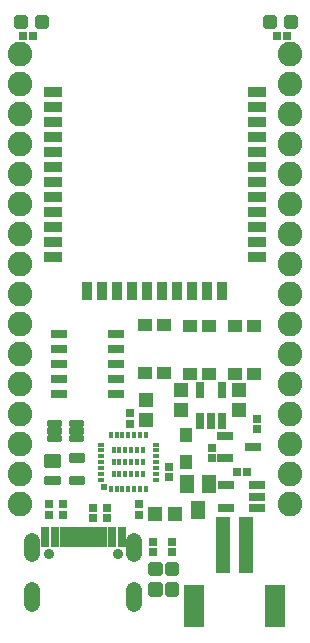
<source format=gbr>
G04 EAGLE Gerber RS-274X export*
G75*
%MOMM*%
%FSLAX34Y34*%
%LPD*%
%INSoldermask Top*%
%IPPOS*%
%AMOC8*
5,1,8,0,0,1.08239X$1,22.5*%
G01*
%ADD10R,0.300000X0.600000*%
%ADD11R,0.600000X0.300000*%
%ADD12R,0.500000X0.500000*%
%ADD13R,0.753200X1.403200*%
%ADD14R,1.203200X4.803200*%
%ADD15R,1.803200X3.603200*%
%ADD16R,1.203200X1.103200*%
%ADD17C,0.505344*%
%ADD18R,0.743200X0.803200*%
%ADD19R,1.203200X1.303200*%
%ADD20R,0.803200X0.743200*%
%ADD21R,0.803200X1.653200*%
%ADD22R,0.503200X1.653200*%
%ADD23C,1.361200*%
%ADD24C,0.903200*%
%ADD25R,1.303200X1.203200*%
%ADD26C,0.404144*%
%ADD27R,1.625600X0.914400*%
%ADD28R,0.914400X1.625600*%
%ADD29C,2.082800*%
%ADD30C,0.453416*%
%ADD31C,0.349006*%
%ADD32R,1.003200X1.203200*%
%ADD33R,1.203200X1.603200*%
%ADD34R,1.403200X0.753200*%
%ADD35R,1.473200X0.711200*%
%ADD36R,1.320800X0.685800*%


D10*
X87000Y118000D03*
X92000Y118000D03*
X97000Y118000D03*
X102000Y118000D03*
X107000Y118000D03*
X112000Y118000D03*
X117000Y118000D03*
D11*
X125000Y126000D03*
X125000Y131000D03*
X125000Y136000D03*
X125000Y141000D03*
X125000Y146000D03*
X125000Y151000D03*
X125000Y156000D03*
D10*
X117000Y164000D03*
X112000Y164000D03*
X107000Y164000D03*
X102000Y164000D03*
X97000Y164000D03*
X92000Y164000D03*
X87000Y164000D03*
D11*
X79000Y156000D03*
X79000Y151000D03*
X79000Y146000D03*
X79000Y141000D03*
X79000Y136000D03*
X79000Y131000D03*
X79000Y126000D03*
D12*
X80975Y119975D03*
D10*
X89500Y131000D03*
X89500Y141000D03*
X89500Y151000D03*
X94500Y131000D03*
X94500Y141000D03*
X94500Y151000D03*
X99500Y131000D03*
X99500Y141000D03*
X99500Y151000D03*
X104500Y131000D03*
X104500Y141000D03*
X104500Y151000D03*
X109500Y131000D03*
X109500Y141000D03*
X109500Y151000D03*
X114500Y131000D03*
X114500Y141000D03*
X114500Y151000D03*
D13*
X162500Y175999D03*
X172000Y175999D03*
X181500Y175999D03*
X181500Y202001D03*
X162500Y202001D03*
D14*
X202000Y71000D03*
X182000Y71000D03*
D15*
X226000Y19000D03*
X158000Y19000D03*
D16*
X192000Y256500D03*
X208000Y256500D03*
X208000Y215500D03*
X192000Y215500D03*
X154000Y256500D03*
X170000Y256500D03*
X170000Y215500D03*
X154000Y215500D03*
D17*
X14720Y510510D02*
X14720Y517490D01*
X14720Y510510D02*
X7740Y510510D01*
X7740Y517490D01*
X14720Y517490D01*
X14720Y515310D02*
X7740Y515310D01*
X32260Y517490D02*
X32260Y510510D01*
X25280Y510510D01*
X25280Y517490D01*
X32260Y517490D01*
X32260Y515310D02*
X25280Y515310D01*
X236280Y517490D02*
X236280Y510510D01*
X236280Y517490D02*
X243260Y517490D01*
X243260Y510510D01*
X236280Y510510D01*
X236280Y515310D02*
X243260Y515310D01*
X218740Y517490D02*
X218740Y510510D01*
X218740Y517490D02*
X225720Y517490D01*
X225720Y510510D01*
X218740Y510510D01*
X218740Y515310D02*
X225720Y515310D01*
D18*
X227680Y502000D03*
X236320Y502000D03*
X21320Y502000D03*
X12680Y502000D03*
D19*
X195500Y185500D03*
X195500Y202500D03*
X146500Y202500D03*
X146500Y185500D03*
D20*
X103000Y173680D03*
X103000Y182320D03*
D19*
X117000Y193500D03*
X117000Y176500D03*
D16*
X132000Y216500D03*
X116000Y216500D03*
X116000Y257500D03*
X132000Y257500D03*
D20*
X211200Y177820D03*
X211200Y169180D03*
D21*
X31500Y77950D03*
X39500Y77950D03*
D22*
X61500Y77950D03*
X56500Y77950D03*
X51500Y77950D03*
X46500Y77950D03*
X66500Y77950D03*
X71500Y77950D03*
X76500Y77950D03*
X81500Y77950D03*
D21*
X88500Y77950D03*
X96500Y77950D03*
D23*
X20800Y74590D02*
X20800Y63010D01*
X107200Y63010D02*
X107200Y74590D01*
X20800Y32790D02*
X20800Y21210D01*
X107200Y21210D02*
X107200Y32790D01*
D24*
X35100Y63500D03*
X92900Y63500D03*
D20*
X47000Y105320D03*
X47000Y96680D03*
X72000Y93680D03*
X72000Y102320D03*
X84000Y93680D03*
X84000Y102320D03*
D25*
X124500Y97000D03*
X141500Y97000D03*
D20*
X136000Y137320D03*
X136000Y128680D03*
D26*
X43646Y173504D02*
X34754Y173504D01*
X34754Y175496D01*
X43646Y175496D01*
X43646Y173504D01*
X43646Y167004D02*
X34754Y167004D01*
X34754Y168996D01*
X43646Y168996D01*
X43646Y167004D01*
X43646Y160504D02*
X34754Y160504D01*
X34754Y162496D01*
X43646Y162496D01*
X43646Y160504D01*
X53154Y162496D02*
X62046Y162496D01*
X62046Y160504D01*
X53154Y160504D01*
X53154Y162496D01*
X53154Y168996D02*
X62046Y168996D01*
X62046Y167004D01*
X53154Y167004D01*
X53154Y168996D01*
X53154Y175496D02*
X62046Y175496D01*
X62046Y173504D01*
X53154Y173504D01*
X53154Y175496D01*
D17*
X121510Y36720D02*
X128490Y36720D01*
X128490Y29740D01*
X121510Y29740D01*
X121510Y36720D01*
X121510Y34540D02*
X128490Y34540D01*
X128490Y54260D02*
X121510Y54260D01*
X128490Y54260D02*
X128490Y47280D01*
X121510Y47280D01*
X121510Y54260D01*
X121510Y52080D02*
X128490Y52080D01*
D20*
X123000Y73320D03*
X123000Y64680D03*
D27*
X210588Y314473D03*
X210588Y327173D03*
X210588Y339873D03*
X210588Y352573D03*
X210588Y365273D03*
X210588Y377973D03*
X210588Y390673D03*
X210588Y403373D03*
X210588Y416073D03*
X210588Y428773D03*
X210588Y441473D03*
X210588Y454173D03*
X37911Y314602D03*
X37911Y327302D03*
X37911Y340002D03*
X37911Y352702D03*
X37911Y365402D03*
X37911Y378102D03*
X37911Y390802D03*
X37911Y403502D03*
X37911Y416202D03*
X37911Y428902D03*
X37911Y441602D03*
X37911Y454302D03*
D28*
X168907Y285780D03*
X156207Y285780D03*
X143507Y285780D03*
X130807Y285780D03*
X118107Y285780D03*
X105407Y285780D03*
X92707Y285780D03*
X80007Y285780D03*
X67307Y285780D03*
X181381Y285763D03*
D29*
X10000Y106000D03*
X10000Y131400D03*
X10000Y156800D03*
X10000Y182200D03*
X10000Y207600D03*
X10000Y233000D03*
X10000Y258400D03*
X10000Y283800D03*
X10000Y309200D03*
X10000Y334600D03*
X10000Y360000D03*
X10000Y385400D03*
X10000Y410800D03*
X10000Y436200D03*
X10000Y461600D03*
X10000Y487000D03*
X239000Y106000D03*
X239000Y131400D03*
X239000Y156800D03*
X239000Y182200D03*
X239000Y207600D03*
X239000Y233000D03*
X239000Y258400D03*
X239000Y283800D03*
X239000Y309200D03*
X239000Y334600D03*
X239000Y360000D03*
X239000Y385400D03*
X239000Y410800D03*
X239000Y436200D03*
X239000Y461600D03*
X239000Y487000D03*
D30*
X42399Y138901D02*
X32501Y138901D01*
X32501Y146299D01*
X42399Y146299D01*
X42399Y138901D01*
X42399Y143208D02*
X32501Y143208D01*
D31*
X31979Y123179D02*
X42921Y123179D01*
X31979Y123179D02*
X31979Y127621D01*
X42921Y127621D01*
X42921Y123179D01*
X42921Y126494D02*
X31979Y126494D01*
X53079Y123179D02*
X64021Y123179D01*
X53079Y123179D02*
X53079Y127621D01*
X64021Y127621D01*
X64021Y123179D01*
X64021Y126494D02*
X53079Y126494D01*
X53079Y142379D02*
X64021Y142379D01*
X53079Y142379D02*
X53079Y146821D01*
X64021Y146821D01*
X64021Y142379D01*
X64021Y145694D02*
X53079Y145694D01*
D32*
X151000Y164500D03*
X151000Y141500D03*
D33*
X161000Y101000D03*
X151500Y123000D03*
X170500Y123000D03*
D20*
X111000Y105320D03*
X111000Y96680D03*
D34*
X211001Y102500D03*
X211001Y112000D03*
X211001Y121500D03*
X184999Y121500D03*
X184999Y102500D03*
D18*
X193680Y133000D03*
X202320Y133000D03*
D20*
X139000Y64680D03*
X139000Y73320D03*
D17*
X135510Y36720D02*
X142490Y36720D01*
X142490Y29740D01*
X135510Y29740D01*
X135510Y36720D01*
X135510Y34540D02*
X142490Y34540D01*
X142490Y54260D02*
X135510Y54260D01*
X142490Y54260D02*
X142490Y47280D01*
X135510Y47280D01*
X135510Y54260D01*
X135510Y52080D02*
X142490Y52080D01*
D35*
X91130Y224000D03*
X91130Y211300D03*
X91130Y198600D03*
X91130Y236700D03*
X91130Y249400D03*
X42870Y249400D03*
X42870Y236700D03*
X42870Y224000D03*
X42870Y211300D03*
X42870Y198600D03*
D36*
X183662Y163500D03*
X183662Y144500D03*
X207538Y154000D03*
D20*
X34900Y105420D03*
X34900Y96780D03*
X172500Y153220D03*
X172500Y144580D03*
M02*

</source>
